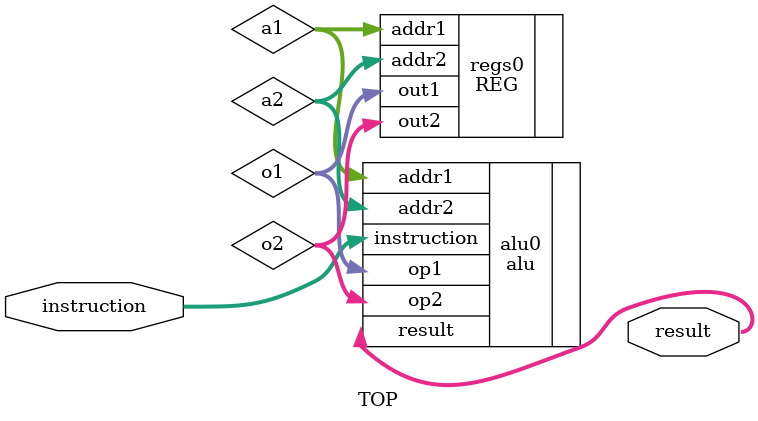
<source format=v>
`timescale 1ns / 1ps

module TOP(
          input [7:0] instruction,
          output [3:0] result
          );
          
wire [2:0] a1;
wire [2:0] a2;
wire [3:0] o1;
wire [3:0] o2;

alu alu0(.instruction(instruction),. addr1(a1), .addr2(a2), .op1(o1), .op2(o2), .result(result));

REG regs0(.addr1(a1), .addr2(a2), .out1(o1), .out2(o2));
endmodule

</source>
